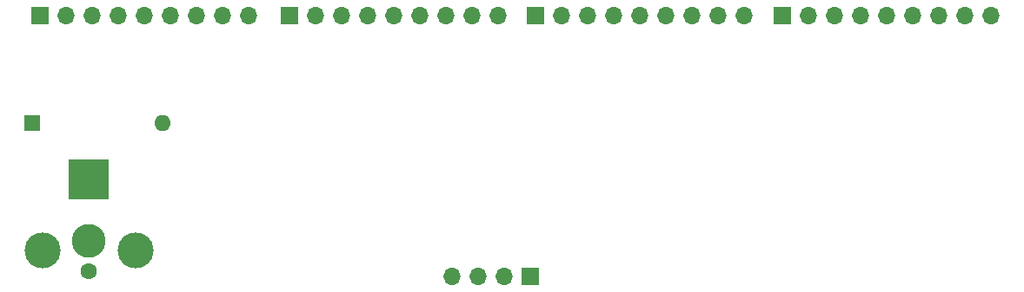
<source format=gbr>
G04 #@! TF.GenerationSoftware,KiCad,Pcbnew,(5.1.9-0-10_14)*
G04 #@! TF.CreationDate,2021-09-02T08:13:15+02:00*
G04 #@! TF.ProjectId,i2c-32io,6932632d-3332-4696-9f2e-6b696361645f,rev?*
G04 #@! TF.SameCoordinates,Original*
G04 #@! TF.FileFunction,Soldermask,Bot*
G04 #@! TF.FilePolarity,Negative*
%FSLAX46Y46*%
G04 Gerber Fmt 4.6, Leading zero omitted, Abs format (unit mm)*
G04 Created by KiCad (PCBNEW (5.1.9-0-10_14)) date 2021-09-02 08:13:15*
%MOMM*%
%LPD*%
G01*
G04 APERTURE LIST*
%ADD10O,1.700000X1.700000*%
%ADD11R,1.700000X1.700000*%
%ADD12C,1.600000*%
%ADD13C,3.500000*%
%ADD14C,3.300000*%
%ADD15R,4.000000X4.000000*%
%ADD16O,1.600000X1.600000*%
%ADD17R,1.600000X1.600000*%
G04 APERTURE END LIST*
D10*
G04 #@! TO.C,J1*
X64380000Y-110000000D03*
X66920000Y-110000000D03*
X69460000Y-110000000D03*
D11*
X72000000Y-110000000D03*
G04 #@! TD*
D10*
G04 #@! TO.C,J2*
X68820000Y-84500000D03*
X66280000Y-84500000D03*
X63740000Y-84500000D03*
X61200000Y-84500000D03*
X58660000Y-84500000D03*
X56120000Y-84500000D03*
X53580000Y-84500000D03*
X51040000Y-84500000D03*
D11*
X48500000Y-84500000D03*
G04 #@! TD*
D12*
G04 #@! TO.C,J6*
X29000000Y-109500000D03*
D13*
X33500000Y-107500000D03*
X24500000Y-107500000D03*
D14*
X29000000Y-106500000D03*
D15*
X29000000Y-100500000D03*
G04 #@! TD*
D10*
G04 #@! TO.C,J5*
X92820000Y-84500000D03*
X90280000Y-84500000D03*
X87740000Y-84500000D03*
X85200000Y-84500000D03*
X82660000Y-84500000D03*
X80120000Y-84500000D03*
X77580000Y-84500000D03*
X75040000Y-84500000D03*
D11*
X72500000Y-84500000D03*
G04 #@! TD*
D10*
G04 #@! TO.C,J4*
X116820000Y-84500000D03*
X114280000Y-84500000D03*
X111740000Y-84500000D03*
X109200000Y-84500000D03*
X106660000Y-84500000D03*
X104120000Y-84500000D03*
X101580000Y-84500000D03*
X99040000Y-84500000D03*
D11*
X96500000Y-84500000D03*
G04 #@! TD*
D10*
G04 #@! TO.C,J3*
X44500000Y-84500000D03*
X41960000Y-84500000D03*
X39420000Y-84500000D03*
X36880000Y-84500000D03*
X34340000Y-84500000D03*
X31800000Y-84500000D03*
X29260000Y-84500000D03*
X26720000Y-84500000D03*
D11*
X24180000Y-84500000D03*
G04 #@! TD*
D16*
G04 #@! TO.C,D33*
X36200000Y-95000000D03*
D17*
X23500000Y-95000000D03*
G04 #@! TD*
M02*

</source>
